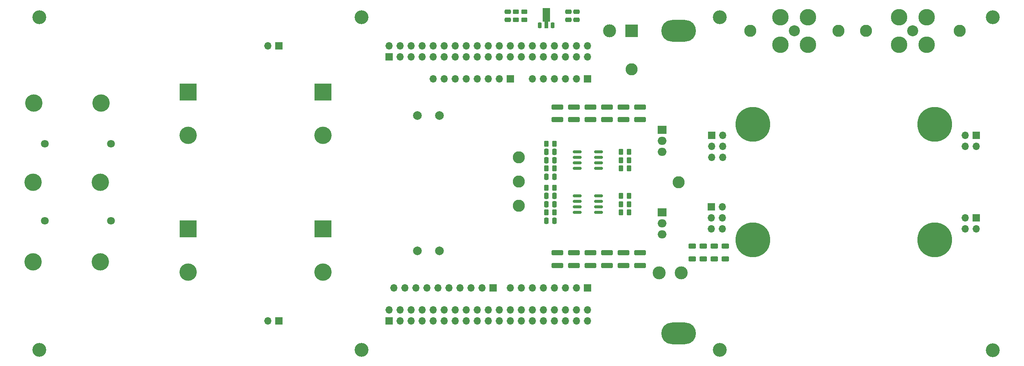
<source format=gbr>
%TF.GenerationSoftware,KiCad,Pcbnew,9.0.2*%
%TF.CreationDate,2025-08-05T09:14:22-05:00*%
%TF.ProjectId,ST2402,53543234-3032-42e6-9b69-6361645f7063,1*%
%TF.SameCoordinates,Original*%
%TF.FileFunction,Soldermask,Top*%
%TF.FilePolarity,Negative*%
%FSLAX46Y46*%
G04 Gerber Fmt 4.6, Leading zero omitted, Abs format (unit mm)*
G04 Created by KiCad (PCBNEW 9.0.2) date 2025-08-05 09:14:22*
%MOMM*%
%LPD*%
G01*
G04 APERTURE LIST*
G04 Aperture macros list*
%AMRoundRect*
0 Rectangle with rounded corners*
0 $1 Rounding radius*
0 $2 $3 $4 $5 $6 $7 $8 $9 X,Y pos of 4 corners*
0 Add a 4 corners polygon primitive as box body*
4,1,4,$2,$3,$4,$5,$6,$7,$8,$9,$2,$3,0*
0 Add four circle primitives for the rounded corners*
1,1,$1+$1,$2,$3*
1,1,$1+$1,$4,$5*
1,1,$1+$1,$6,$7*
1,1,$1+$1,$8,$9*
0 Add four rect primitives between the rounded corners*
20,1,$1+$1,$2,$3,$4,$5,0*
20,1,$1+$1,$4,$5,$6,$7,0*
20,1,$1+$1,$6,$7,$8,$9,0*
20,1,$1+$1,$8,$9,$2,$3,0*%
%AMFreePoly0*
4,1,9,3.862500,-0.866500,0.737500,-0.866500,0.737500,-0.450000,-0.737500,-0.450000,-0.737500,0.450000,0.737500,0.450000,0.737500,0.866500,3.862500,0.866500,3.862500,-0.866500,3.862500,-0.866500,$1*%
G04 Aperture macros list end*
%ADD10RoundRect,0.250000X0.625000X-0.312500X0.625000X0.312500X-0.625000X0.312500X-0.625000X-0.312500X0*%
%ADD11RoundRect,0.250000X0.475000X-0.250000X0.475000X0.250000X-0.475000X0.250000X-0.475000X-0.250000X0*%
%ADD12C,3.200000*%
%ADD13RoundRect,0.250000X0.450000X-0.262500X0.450000X0.262500X-0.450000X0.262500X-0.450000X-0.262500X0*%
%ADD14C,2.000000*%
%ADD15RoundRect,0.250000X-0.262500X-0.450000X0.262500X-0.450000X0.262500X0.450000X-0.262500X0.450000X0*%
%ADD16O,8.000000X5.000000*%
%ADD17R,1.700000X1.700000*%
%ADD18O,1.700000X1.700000*%
%ADD19RoundRect,0.250000X-1.100000X0.325000X-1.100000X-0.325000X1.100000X-0.325000X1.100000X0.325000X0*%
%ADD20RoundRect,0.250000X1.100000X-0.325000X1.100000X0.325000X-1.100000X0.325000X-1.100000X-0.325000X0*%
%ADD21R,2.000000X1.905000*%
%ADD22O,2.000000X1.905000*%
%ADD23RoundRect,0.250000X0.262500X0.450000X-0.262500X0.450000X-0.262500X-0.450000X0.262500X-0.450000X0*%
%ADD24C,8.000000*%
%ADD25RoundRect,0.150000X-0.825000X-0.150000X0.825000X-0.150000X0.825000X0.150000X-0.825000X0.150000X0*%
%ADD26RoundRect,0.250000X0.250000X0.475000X-0.250000X0.475000X-0.250000X-0.475000X0.250000X-0.475000X0*%
%ADD27C,3.000000*%
%ADD28R,3.000000X3.000000*%
%ADD29C,2.800000*%
%ADD30C,2.540000*%
%ADD31C,3.810000*%
%ADD32C,1.800000*%
%ADD33R,4.000000X4.000000*%
%ADD34C,4.000000*%
%ADD35RoundRect,0.225000X0.225000X-0.425000X0.225000X0.425000X-0.225000X0.425000X-0.225000X-0.425000X0*%
%ADD36FreePoly0,90.000000*%
G04 APERTURE END LIST*
D10*
%TO.C,R4*%
X194945000Y-114850000D03*
X194945000Y-111925000D03*
%TD*%
%TO.C,R3*%
X192405000Y-114850000D03*
X192405000Y-111925000D03*
%TD*%
%TO.C,R2*%
X189865000Y-114850000D03*
X189865000Y-111925000D03*
%TD*%
%TO.C,R1*%
X187325000Y-114850000D03*
X187325000Y-111925000D03*
%TD*%
D11*
%TO.C,C27*%
X144780000Y-59690000D03*
X144780000Y-57790000D03*
%TD*%
D12*
%TO.C,H1*%
X256540000Y-59055000D03*
%TD*%
%TO.C,H2*%
X256540000Y-136000000D03*
%TD*%
%TO.C,H3*%
X193675000Y-59055000D03*
%TD*%
%TO.C,H4*%
X193675000Y-135890000D03*
%TD*%
%TO.C,H5*%
X36830000Y-59055000D03*
%TD*%
%TO.C,H6*%
X36830000Y-135890000D03*
%TD*%
%TO.C,H7*%
X111125000Y-135890000D03*
%TD*%
%TO.C,H8*%
X111125000Y-59055000D03*
%TD*%
D13*
%TO.C,R12*%
X148590000Y-59652500D03*
X148590000Y-57827500D03*
%TD*%
%TO.C,R11*%
X146685000Y-59652500D03*
X146685000Y-57827500D03*
%TD*%
D11*
%TO.C,C26*%
X160655000Y-59685000D03*
X160655000Y-57785000D03*
%TD*%
%TO.C,C25*%
X158750000Y-59690000D03*
X158750000Y-57790000D03*
%TD*%
D14*
%TO.C,F2*%
X129032000Y-113040000D03*
X123952000Y-113030000D03*
%TD*%
D15*
%TO.C,R18*%
X153712500Y-88265000D03*
X155537500Y-88265000D03*
%TD*%
D16*
%TO.C,TP2*%
X184150000Y-132080000D03*
%TD*%
D17*
%TO.C,J11*%
X252750000Y-105430000D03*
D18*
X250210000Y-105430000D03*
X252750000Y-107970000D03*
X250210000Y-107970000D03*
%TD*%
D19*
%TO.C,C16*%
X167640000Y-79805000D03*
X167640000Y-82755000D03*
%TD*%
D20*
%TO.C,C24*%
X156210000Y-116410000D03*
X156210000Y-113460000D03*
%TD*%
D21*
%TO.C,Q1*%
X180340000Y-85090000D03*
D22*
X180340000Y-87630000D03*
X180340000Y-90170000D03*
%TD*%
D17*
%TO.C,J22*%
X191765000Y-102885000D03*
D18*
X194305000Y-102885000D03*
X191765000Y-105425000D03*
X194305000Y-105425000D03*
X191765000Y-107965000D03*
X194305000Y-107965000D03*
%TD*%
D17*
%TO.C,J2*%
X117475000Y-68275000D03*
D18*
X117475000Y-65735000D03*
X120015000Y-68275000D03*
X120015000Y-65735000D03*
X122555000Y-68275000D03*
X122555000Y-65735000D03*
X125095000Y-68275000D03*
X125095000Y-65735000D03*
X127635000Y-68275000D03*
X127635000Y-65735000D03*
X130175000Y-68275000D03*
X130175000Y-65735000D03*
X132715000Y-68275000D03*
X132715000Y-65735000D03*
X135255000Y-68275000D03*
X135255000Y-65735000D03*
X137795000Y-68275000D03*
X137795000Y-65735000D03*
X140335000Y-68275000D03*
X140335000Y-65735000D03*
X142875000Y-68275000D03*
X142875000Y-65735000D03*
X145415000Y-68275000D03*
X145415000Y-65735000D03*
X147955000Y-68275000D03*
X147955000Y-65735000D03*
X150495000Y-68275000D03*
X150495000Y-65735000D03*
X153035000Y-68275000D03*
X153035000Y-65735000D03*
X155575000Y-68275000D03*
X155575000Y-65735000D03*
X158115000Y-68275000D03*
X158115000Y-65735000D03*
X160655000Y-68275000D03*
X160655000Y-65735000D03*
X163195000Y-68275000D03*
X163195000Y-65735000D03*
%TD*%
D17*
%TO.C,J12*%
X252750000Y-86380000D03*
D18*
X250210000Y-86380000D03*
X252750000Y-88920000D03*
X250210000Y-88920000D03*
%TD*%
D17*
%TO.C,J4*%
X145415000Y-73355000D03*
D18*
X142875000Y-73355000D03*
X140335000Y-73355000D03*
X137795000Y-73355000D03*
X135255000Y-73355000D03*
X132715000Y-73355000D03*
X130175000Y-73355000D03*
X127635000Y-73355000D03*
%TD*%
D23*
%TO.C,R30*%
X172720000Y-93980000D03*
X170895000Y-93980000D03*
%TD*%
D24*
%TO.C,TP18*%
X243205000Y-83820000D03*
%TD*%
D25*
%TO.C,U8*%
X160785000Y-100330000D03*
X160785000Y-101600000D03*
X160785000Y-102870000D03*
X160785000Y-104140000D03*
X165735000Y-104140000D03*
X165735000Y-102870000D03*
X165735000Y-101600000D03*
X165735000Y-100330000D03*
%TD*%
D26*
%TO.C,C8*%
X155575000Y-95885000D03*
X153675000Y-95885000D03*
%TD*%
D15*
%TO.C,R21*%
X153712500Y-104140000D03*
X155537500Y-104140000D03*
%TD*%
D27*
%TO.C,J14*%
X179705000Y-118110000D03*
%TD*%
D26*
%TO.C,C3*%
X155575000Y-100330000D03*
X153675000Y-100330000D03*
%TD*%
D23*
%TO.C,R31*%
X172720000Y-104140000D03*
X170895000Y-104140000D03*
%TD*%
D28*
%TO.C,J9*%
X173355000Y-62230000D03*
D27*
X168275000Y-62230000D03*
%TD*%
D19*
%TO.C,C12*%
X163830000Y-79805000D03*
X163830000Y-82755000D03*
%TD*%
D29*
%TO.C,TP6*%
X184150000Y-97155000D03*
%TD*%
D14*
%TO.C,F1*%
X129032000Y-81798000D03*
X123952000Y-81788000D03*
%TD*%
D15*
%TO.C,R23*%
X170895000Y-102235000D03*
X172720000Y-102235000D03*
%TD*%
%TO.C,R19*%
X153712500Y-98425000D03*
X155537500Y-98425000D03*
%TD*%
%TO.C,R29*%
X170895000Y-92075000D03*
X172720000Y-92075000D03*
%TD*%
D20*
%TO.C,C19*%
X171450000Y-116410000D03*
X171450000Y-113460000D03*
%TD*%
D30*
%TO.C,J19*%
X210820000Y-62230000D03*
D31*
X207645000Y-59055000D03*
X207645000Y-65405000D03*
X213995000Y-59055000D03*
X213995000Y-65405000D03*
%TD*%
D15*
%TO.C,R22*%
X170895000Y-100330000D03*
X172720000Y-100330000D03*
%TD*%
D32*
%TO.C,R9*%
X38100000Y-88265000D03*
X53340000Y-88265000D03*
%TD*%
D25*
%TO.C,U6*%
X160785000Y-90170000D03*
X160785000Y-91440000D03*
X160785000Y-92710000D03*
X160785000Y-93980000D03*
X165735000Y-93980000D03*
X165735000Y-92710000D03*
X165735000Y-91440000D03*
X165735000Y-90170000D03*
%TD*%
D30*
%TO.C,J13*%
X238125000Y-62230000D03*
D31*
X234950000Y-59055000D03*
X234950000Y-65405000D03*
X241300000Y-59055000D03*
X241300000Y-65405000D03*
%TD*%
D24*
%TO.C,TP17*%
X201295000Y-110490000D03*
%TD*%
D29*
%TO.C,TP14*%
X200660000Y-62230000D03*
%TD*%
D33*
%TO.C,C14*%
X102235000Y-107950000D03*
D34*
X102235000Y-117950000D03*
%TD*%
D17*
%TO.C,J1*%
X117475000Y-129185000D03*
D18*
X117475000Y-126645000D03*
X120015000Y-129185000D03*
X120015000Y-126645000D03*
X122555000Y-129185000D03*
X122555000Y-126645000D03*
X125095000Y-129185000D03*
X125095000Y-126645000D03*
X127635000Y-129185000D03*
X127635000Y-126645000D03*
X130175000Y-129185000D03*
X130175000Y-126645000D03*
X132715000Y-129185000D03*
X132715000Y-126645000D03*
X135255000Y-129185000D03*
X135255000Y-126645000D03*
X137795000Y-129185000D03*
X137795000Y-126645000D03*
X140335000Y-129185000D03*
X140335000Y-126645000D03*
X142875000Y-129185000D03*
X142875000Y-126645000D03*
X145415000Y-129185000D03*
X145415000Y-126645000D03*
X147955000Y-129185000D03*
X147955000Y-126645000D03*
X150495000Y-129185000D03*
X150495000Y-126645000D03*
X153035000Y-129185000D03*
X153035000Y-126645000D03*
X155575000Y-129185000D03*
X155575000Y-126645000D03*
X158115000Y-129185000D03*
X158115000Y-126645000D03*
X160655000Y-129185000D03*
X160655000Y-126645000D03*
X163195000Y-129185000D03*
X163195000Y-126645000D03*
%TD*%
D15*
%TO.C,R24*%
X170895000Y-90170000D03*
X172720000Y-90170000D03*
%TD*%
D29*
%TO.C,TP12*%
X173355000Y-71120000D03*
%TD*%
D19*
%TO.C,C23*%
X156210000Y-79805000D03*
X156210000Y-82755000D03*
%TD*%
D33*
%TO.C,C10*%
X71120000Y-76360000D03*
D34*
X71120000Y-86360000D03*
%TD*%
D17*
%TO.C,J8*%
X92075000Y-65659000D03*
D18*
X89535000Y-65659000D03*
%TD*%
D26*
%TO.C,C7*%
X155575000Y-102235000D03*
X153675000Y-102235000D03*
%TD*%
D20*
%TO.C,C21*%
X175260000Y-116410000D03*
X175260000Y-113460000D03*
%TD*%
D17*
%TO.C,J6*%
X141395000Y-121585000D03*
D18*
X138855000Y-121585000D03*
X136315000Y-121585000D03*
X133775000Y-121585000D03*
X131235000Y-121585000D03*
X128695000Y-121585000D03*
X126155000Y-121585000D03*
X123615000Y-121585000D03*
X121075000Y-121585000D03*
X118535000Y-121585000D03*
%TD*%
D29*
%TO.C,TP5*%
X147320000Y-97028000D03*
%TD*%
D20*
%TO.C,C22*%
X160020000Y-116410000D03*
X160020000Y-113460000D03*
%TD*%
D29*
%TO.C,TP4*%
X147320000Y-91440000D03*
%TD*%
D19*
%TO.C,C20*%
X175260000Y-79805000D03*
X175260000Y-82755000D03*
%TD*%
%TO.C,C18*%
X171450000Y-79805000D03*
X171450000Y-82755000D03*
%TD*%
D27*
%TO.C,J18*%
X184785000Y-118110000D03*
%TD*%
D34*
%TO.C,J16*%
X50930000Y-97155000D03*
X35430000Y-97155000D03*
%TD*%
D26*
%TO.C,C5*%
X155575000Y-92075000D03*
X153675000Y-92075000D03*
%TD*%
D19*
%TO.C,C1*%
X160020000Y-79805000D03*
X160020000Y-82755000D03*
%TD*%
D29*
%TO.C,TP11*%
X147320000Y-102616000D03*
%TD*%
D21*
%TO.C,Q2*%
X180340000Y-104140000D03*
D22*
X180340000Y-106680000D03*
X180340000Y-109220000D03*
%TD*%
D17*
%TO.C,J5*%
X163195000Y-73355000D03*
D18*
X160655000Y-73355000D03*
X158115000Y-73355000D03*
X155575000Y-73355000D03*
X153035000Y-73355000D03*
X150495000Y-73355000D03*
%TD*%
D16*
%TO.C,TP1*%
X184150000Y-62230000D03*
%TD*%
D24*
%TO.C,TP16*%
X201295000Y-83820000D03*
%TD*%
D32*
%TO.C,R10*%
X53340000Y-106045000D03*
X38100000Y-106045000D03*
%TD*%
D26*
%TO.C,C9*%
X155575000Y-106045000D03*
X153675000Y-106045000D03*
%TD*%
%TO.C,C2*%
X155575000Y-90170000D03*
X153675000Y-90170000D03*
%TD*%
D34*
%TO.C,J17*%
X50930000Y-115570000D03*
X35430000Y-115570000D03*
%TD*%
%TO.C,J15*%
X51060000Y-78900000D03*
X35560000Y-78900000D03*
%TD*%
D29*
%TO.C,TP15*%
X220980000Y-62230000D03*
%TD*%
%TO.C,TP13*%
X248920000Y-62230000D03*
%TD*%
D20*
%TO.C,C17*%
X167640000Y-116410000D03*
X167640000Y-113460000D03*
%TD*%
D33*
%TO.C,C13*%
X71120000Y-107950000D03*
D34*
X71120000Y-117950000D03*
%TD*%
D17*
%TO.C,J7*%
X92075000Y-129185000D03*
D18*
X89535000Y-129185000D03*
%TD*%
D20*
%TO.C,C15*%
X163830000Y-116410000D03*
X163830000Y-113460000D03*
%TD*%
D17*
%TO.C,J3*%
X163195000Y-121585000D03*
D18*
X160655000Y-121585000D03*
X158115000Y-121585000D03*
X155575000Y-121585000D03*
X153035000Y-121585000D03*
X150495000Y-121585000D03*
X147955000Y-121585000D03*
X145415000Y-121585000D03*
%TD*%
D15*
%TO.C,R20*%
X153712500Y-93980000D03*
X155537500Y-93980000D03*
%TD*%
D17*
%TO.C,J21*%
X191770000Y-86360000D03*
D18*
X194310000Y-86360000D03*
X191770000Y-88900000D03*
X194310000Y-88900000D03*
X191770000Y-91440000D03*
X194310000Y-91440000D03*
%TD*%
D24*
%TO.C,TP19*%
X243205000Y-110490000D03*
%TD*%
D29*
%TO.C,TP10*%
X227330000Y-62230000D03*
%TD*%
D33*
%TO.C,C11*%
X102235000Y-76360000D03*
D34*
X102235000Y-86360000D03*
%TD*%
D35*
%TO.C,U2*%
X152170000Y-60960000D03*
D36*
X153670000Y-60872500D03*
D35*
X155170000Y-60960000D03*
%TD*%
M02*

</source>
